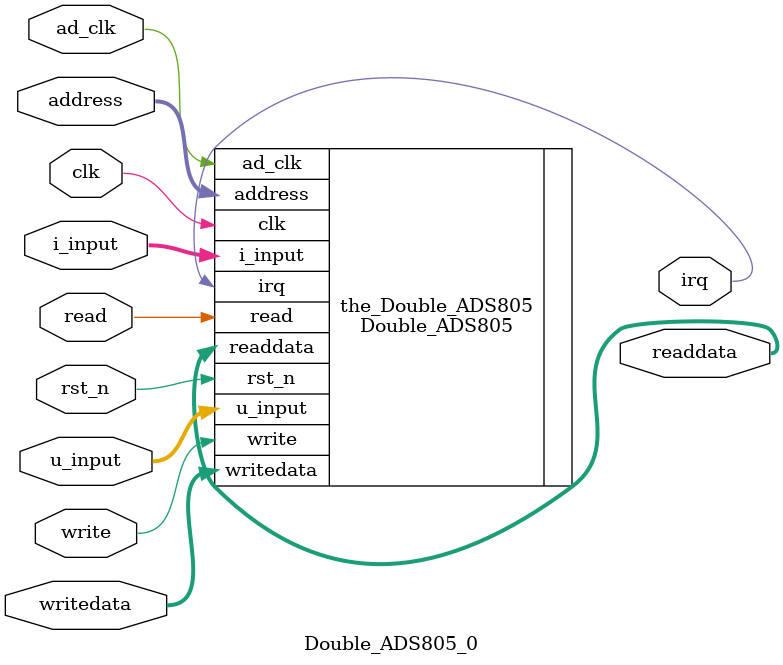
<source format=v>

`timescale 1ns / 1ps
// synthesis translate_on

// turn off superfluous verilog processor warnings 
// altera message_level Level1 
// altera message_off 10034 10035 10036 10037 10230 10240 10030 

module Double_ADS805_0 (
                         // inputs:
                          ad_clk,
                          address,
                          clk,
                          i_input,
                          read,
                          rst_n,
                          u_input,
                          write,
                          writedata,

                         // outputs:
                          irq,
                          readdata
                       )
;

  output           irq;
  output  [ 31: 0] readdata;
  input            ad_clk;
  input   [  1: 0] address;
  input            clk;
  input   [ 11: 0] i_input;
  input            read;
  input            rst_n;
  input   [ 11: 0] u_input;
  input            write;
  input   [ 31: 0] writedata;

  wire             irq;
  wire    [ 31: 0] readdata;
  Double_ADS805 the_Double_ADS805
    (
      .ad_clk    (ad_clk),
      .address   (address),
      .clk       (clk),
      .i_input   (i_input),
      .irq       (irq),
      .read      (read),
      .readdata  (readdata),
      .rst_n     (rst_n),
      .u_input   (u_input),
      .write     (write),
      .writedata (writedata)
    );


endmodule


</source>
